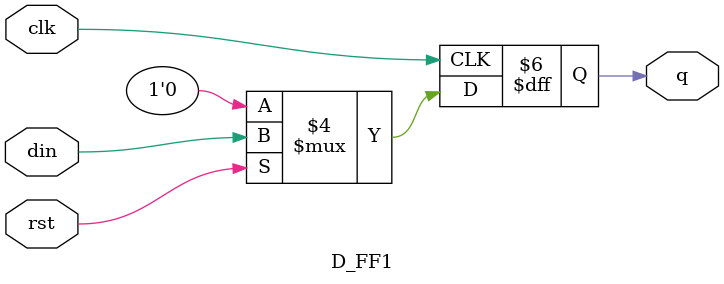
<source format=v>
module D_FF1(q, din, clk, rst);

output q;
input din, clk, rst;

reg q; /* variable type declaration plus initial value setting */

always @(negedge clk) begin	/* synchronous and active high reset, negative clock edge triggering*/
	if (!rst)
		q <= 1'b0;  		/*synchronous,active high*/
	else
		q <= din;
end
		
endmodule 

</source>
